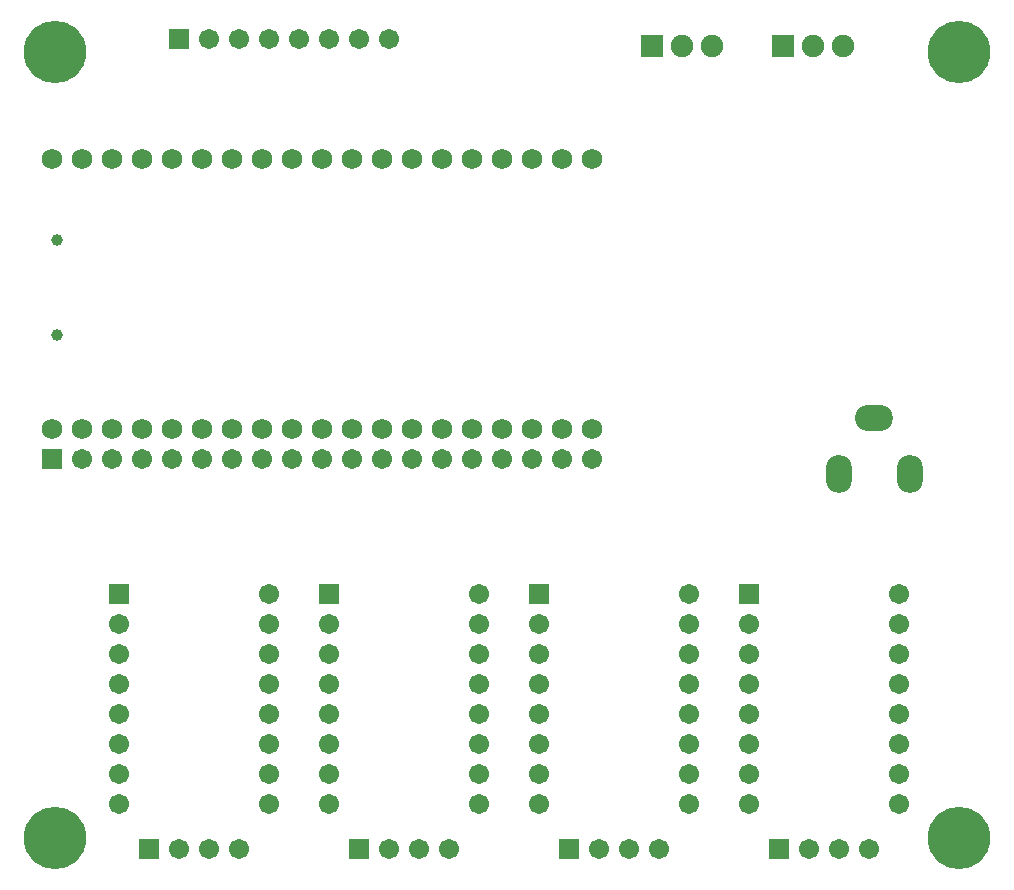
<source format=gbr>
G04 DipTrace 3.3.1.3*
G04 BottomMask.gbr*
%MOIN*%
G04 #@! TF.FileFunction,Soldermask,Bot*
G04 #@! TF.Part,Single*
%ADD51C,0.03937*%
%ADD62C,0.068031*%
%ADD68C,0.067031*%
%ADD70R,0.067031X0.067031*%
%ADD74C,0.208031*%
%ADD86O,0.126142X0.086772*%
%ADD88O,0.086772X0.126142*%
%ADD90C,0.074961*%
%ADD92R,0.074961X0.074961*%
%ADD94C,0.067087*%
%ADD96R,0.067087X0.067087*%
%FSLAX26Y26*%
G04*
G70*
G90*
G75*
G01*
G04 BotMask*
%LPD*%
D96*
X2943701Y493701D3*
D94*
X3043701D3*
X3143701D3*
X3243701D3*
D92*
X2518701Y3168701D3*
D90*
X2618701D3*
X2718701D3*
D96*
X943701Y3193701D3*
D94*
X1043701D3*
X1143701D3*
X1243701D3*
X1343701D3*
X1443701D3*
X1543701D3*
X1643701D3*
D96*
X843701Y493701D3*
D94*
X943701D3*
X1043701D3*
X1143701D3*
D96*
X518701Y1793701D3*
D94*
X618701D3*
X718701D3*
X818701D3*
X918701D3*
X1018701D3*
X1118701D3*
X1218701D3*
X1318701D3*
X1418701D3*
X1518701D3*
X1618701D3*
X1718701D3*
X1818701D3*
X1918701D3*
X2018701D3*
X2118701D3*
X2218701D3*
X2318701D3*
D92*
X2956201Y3168701D3*
D90*
X3056201D3*
X3156201D3*
D96*
X1543701Y493701D3*
D94*
X1643701D3*
X1743701D3*
X1843701D3*
D96*
X2243701D3*
D94*
X2343701D3*
X2443701D3*
X2543701D3*
D88*
X3143701Y1743701D3*
X3379921D3*
D86*
X3261811Y1928740D3*
D51*
X537598Y2522835D3*
Y2207874D3*
D74*
X531496Y531496D3*
X3543307D3*
Y3149606D3*
X531496D3*
D70*
X743701Y1343701D3*
D68*
Y1243701D3*
Y1143701D3*
Y1043701D3*
Y943701D3*
Y843701D3*
Y743701D3*
Y643701D3*
X1243701D3*
Y743701D3*
Y843701D3*
Y943701D3*
Y1043701D3*
Y1143701D3*
Y1243701D3*
Y1343701D3*
D70*
X1443701D3*
D68*
Y1243701D3*
Y1143701D3*
Y1043701D3*
Y943701D3*
Y843701D3*
Y743701D3*
Y643701D3*
X1943701D3*
Y743701D3*
Y843701D3*
Y943701D3*
Y1043701D3*
Y1143701D3*
Y1243701D3*
Y1343701D3*
D70*
X2143701D3*
D68*
Y1243701D3*
Y1143701D3*
Y1043701D3*
Y943701D3*
Y843701D3*
Y743701D3*
Y643701D3*
X2643701D3*
Y743701D3*
Y843701D3*
Y943701D3*
Y1043701D3*
Y1143701D3*
Y1243701D3*
Y1343701D3*
D70*
X2843701D3*
D68*
Y1243701D3*
Y1143701D3*
Y1043701D3*
Y943701D3*
Y843701D3*
Y743701D3*
Y643701D3*
X3343701D3*
Y743701D3*
Y843701D3*
Y943701D3*
Y1043701D3*
Y1143701D3*
Y1243701D3*
Y1343701D3*
D62*
X518701Y2793701D3*
X618701D3*
X718701D3*
X818701D3*
X918701D3*
X1018701D3*
X1118701D3*
X1218701D3*
X1318701D3*
X1418701D3*
X1518701D3*
X1618701D3*
X1718701D3*
X1818701D3*
X1918701D3*
X2018701D3*
X2118701D3*
X2218701D3*
X2318701D3*
X518701Y1893701D3*
X618701D3*
X718701D3*
X818701D3*
X918701D3*
X1018701D3*
X1118701D3*
X1218701D3*
X1318701D3*
X1418701D3*
X1518701D3*
X1618701D3*
X1718701D3*
X1818701D3*
X1918701D3*
X2018701D3*
X2118701D3*
X2218701D3*
X2318701D3*
M02*

</source>
